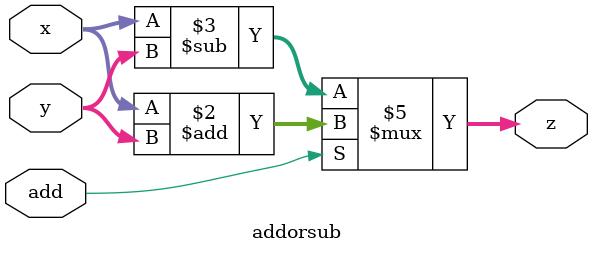
<source format=sv>
module addorsub 
    #(
        parameter N = 4
    )
    (
        input logic [N-1:0] x, y,
        input logic add,
        output logic [N-1:0] z
    );

    always_comb begin
        if (add) begin
            z = x + y;
        end
        else begin
            z = x - y;
        end
    end

endmodule
</source>
